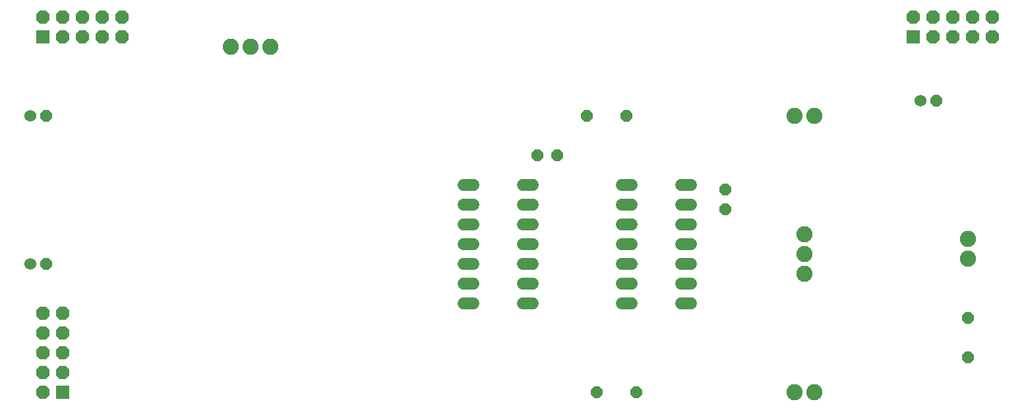
<source format=gbs>
G75*
%MOIN*%
%OFA0B0*%
%FSLAX24Y24*%
%IPPOS*%
%LPD*%
%AMOC8*
5,1,8,0,0,1.08239X$1,22.5*
%
%ADD10C,0.0600*%
%ADD11R,0.0680X0.0680*%
%ADD12OC8,0.0680*%
%ADD13C,0.0820*%
%ADD14OC8,0.0600*%
%ADD15C,0.0600*%
D10*
X023840Y009100D02*
X024360Y009100D01*
X024360Y010100D02*
X023840Y010100D01*
X023840Y011100D02*
X024360Y011100D01*
X024360Y012100D02*
X023840Y012100D01*
X023840Y013100D02*
X024360Y013100D01*
X024360Y014100D02*
X023840Y014100D01*
X023840Y015100D02*
X024360Y015100D01*
X026840Y015100D02*
X027360Y015100D01*
X027360Y014100D02*
X026840Y014100D01*
X026840Y013100D02*
X027360Y013100D01*
X027360Y012100D02*
X026840Y012100D01*
X026840Y011100D02*
X027360Y011100D01*
X027360Y010100D02*
X026840Y010100D01*
X026840Y009100D02*
X027360Y009100D01*
X031840Y009100D02*
X032360Y009100D01*
X032360Y010100D02*
X031840Y010100D01*
X031840Y011100D02*
X032360Y011100D01*
X032360Y012100D02*
X031840Y012100D01*
X031840Y013100D02*
X032360Y013100D01*
X032360Y014100D02*
X031840Y014100D01*
X031840Y015100D02*
X032360Y015100D01*
X034840Y015100D02*
X035360Y015100D01*
X035360Y014100D02*
X034840Y014100D01*
X034840Y013100D02*
X035360Y013100D01*
X035360Y012100D02*
X034840Y012100D01*
X034840Y011100D02*
X035360Y011100D01*
X035360Y010100D02*
X034840Y010100D01*
X034840Y009100D02*
X035360Y009100D01*
D11*
X046600Y022600D03*
X003600Y004600D03*
X002600Y022600D03*
D12*
X002600Y004600D03*
X002600Y005600D03*
X003600Y005600D03*
X003600Y006600D03*
X002600Y006600D03*
X002600Y007600D03*
X003600Y007600D03*
X003600Y008600D03*
X002600Y008600D03*
X003600Y022600D03*
X004600Y022600D03*
X005600Y022600D03*
X006600Y022600D03*
X006600Y023600D03*
X005600Y023600D03*
X004600Y023600D03*
X003600Y023600D03*
X002600Y023600D03*
X046600Y023600D03*
X047600Y023600D03*
X048600Y023600D03*
X049600Y023600D03*
X050600Y023600D03*
X050600Y022600D03*
X049600Y022600D03*
X048600Y022600D03*
X047600Y022600D03*
D13*
X041600Y018600D03*
X040600Y018600D03*
X041100Y012600D03*
X041100Y011600D03*
X041100Y010600D03*
X049350Y011350D03*
X049350Y012350D03*
X041600Y004600D03*
X040600Y004600D03*
X014100Y022100D03*
X013100Y022100D03*
X012100Y022100D03*
D14*
X002750Y018600D03*
X002750Y011100D03*
X027600Y016600D03*
X028600Y016600D03*
X030100Y018600D03*
X032100Y018600D03*
X037100Y014850D03*
X037100Y013850D03*
X047750Y019350D03*
X049350Y008350D03*
X049350Y006350D03*
X032600Y004600D03*
X030600Y004600D03*
D15*
X001950Y011100D03*
X001950Y018600D03*
X046950Y019350D03*
M02*

</source>
